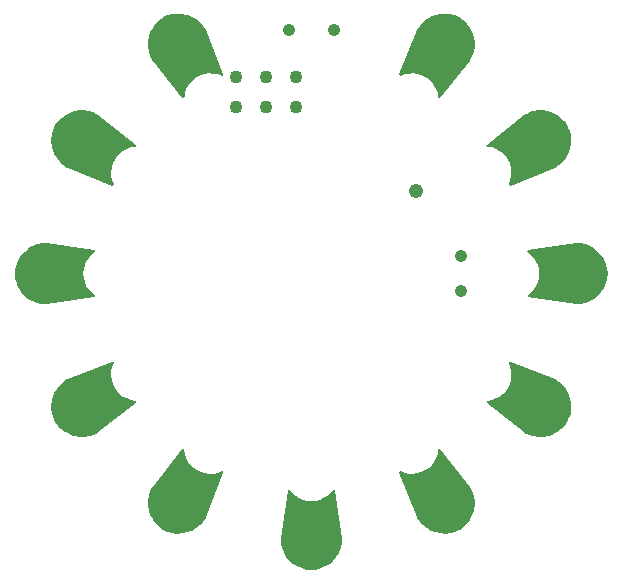
<source format=gbr>
G04 EAGLE Gerber RS-274X export*
G75*
%MOMM*%
%FSLAX34Y34*%
%LPD*%
%INSoldermask Bottom*%
%IPPOS*%
%AMOC8*
5,1,8,0,0,1.08239X$1,22.5*%
G01*
%ADD10C,4.267200*%
%ADD11C,1.053200*%
%ADD12C,1.219200*%
%ADD13C,1.092200*%

G36*
X-108367Y148322D02*
X-108367Y148322D01*
X-108228Y148333D01*
X-108226Y148334D01*
X-108224Y148334D01*
X-108096Y148384D01*
X-107962Y148435D01*
X-107960Y148436D01*
X-107959Y148437D01*
X-107847Y148522D01*
X-107735Y148607D01*
X-107734Y148608D01*
X-107732Y148609D01*
X-107648Y148723D01*
X-107565Y148834D01*
X-107564Y148836D01*
X-107563Y148837D01*
X-107557Y148854D01*
X-107464Y149100D01*
X-107462Y149131D01*
X-107453Y149155D01*
X-107283Y150170D01*
X-107283Y150171D01*
X-107112Y151185D01*
X-107112Y151186D01*
X-106941Y152201D01*
X-106852Y152731D01*
X-105715Y156089D01*
X-104056Y159222D01*
X-101920Y162051D01*
X-99359Y164502D01*
X-96441Y166515D01*
X-93239Y168036D01*
X-89835Y169027D01*
X-86317Y169463D01*
X-82775Y169333D01*
X-79298Y168639D01*
X-75900Y167372D01*
X-75899Y167371D01*
X-75897Y167370D01*
X-75758Y167341D01*
X-75623Y167311D01*
X-75621Y167311D01*
X-75619Y167310D01*
X-75478Y167320D01*
X-75339Y167329D01*
X-75337Y167330D01*
X-75335Y167330D01*
X-75204Y167378D01*
X-75071Y167425D01*
X-75070Y167426D01*
X-75068Y167427D01*
X-74957Y167508D01*
X-74841Y167592D01*
X-74840Y167593D01*
X-74838Y167595D01*
X-74753Y167704D01*
X-74666Y167816D01*
X-74665Y167818D01*
X-74664Y167819D01*
X-74614Y167946D01*
X-74560Y168080D01*
X-74560Y168082D01*
X-74559Y168083D01*
X-74545Y168221D01*
X-74531Y168362D01*
X-74531Y168364D01*
X-74531Y168366D01*
X-74535Y168384D01*
X-74582Y168642D01*
X-74595Y168670D01*
X-74601Y168695D01*
X-89405Y206336D01*
X-89470Y206451D01*
X-89502Y206523D01*
X-91704Y209865D01*
X-91765Y209935D01*
X-91801Y209990D01*
X-94499Y212947D01*
X-94571Y213006D01*
X-94615Y213056D01*
X-97742Y215553D01*
X-97823Y215601D01*
X-97874Y215643D01*
X-101353Y217621D01*
X-101440Y217655D01*
X-101497Y217689D01*
X-105243Y219098D01*
X-105334Y219119D01*
X-105396Y219142D01*
X-109316Y219949D01*
X-109409Y219955D01*
X-109474Y219969D01*
X-113472Y220152D01*
X-113565Y220143D01*
X-113631Y220147D01*
X-117608Y219702D01*
X-117699Y219679D01*
X-117765Y219672D01*
X-121624Y218611D01*
X-121710Y218574D01*
X-121774Y218557D01*
X-125419Y216906D01*
X-125523Y216840D01*
X-125591Y216806D01*
X-128844Y214475D01*
X-128912Y214410D01*
X-128966Y214372D01*
X-131815Y211561D01*
X-131871Y211486D01*
X-131919Y211440D01*
X-134293Y208218D01*
X-134337Y208136D01*
X-134377Y208083D01*
X-136217Y204529D01*
X-136248Y204440D01*
X-136279Y204382D01*
X-137541Y200584D01*
X-137557Y200492D01*
X-137579Y200429D01*
X-138231Y196481D01*
X-138233Y196387D01*
X-138244Y196322D01*
X-138271Y192320D01*
X-138258Y192227D01*
X-138259Y192161D01*
X-137659Y188204D01*
X-137632Y188114D01*
X-137623Y188049D01*
X-136412Y184235D01*
X-136371Y184150D01*
X-136352Y184087D01*
X-134558Y180509D01*
X-134483Y180400D01*
X-134445Y180332D01*
X-109249Y148691D01*
X-109247Y148689D01*
X-109246Y148688D01*
X-109144Y148591D01*
X-109042Y148495D01*
X-109041Y148494D01*
X-109039Y148493D01*
X-108915Y148429D01*
X-108790Y148365D01*
X-108788Y148364D01*
X-108786Y148363D01*
X-108648Y148337D01*
X-108511Y148309D01*
X-108509Y148310D01*
X-108507Y148309D01*
X-108367Y148322D01*
G37*
G36*
X-192227Y-138258D02*
X-192227Y-138258D01*
X-192161Y-138259D01*
X-188204Y-137659D01*
X-188114Y-137632D01*
X-188049Y-137623D01*
X-184235Y-136412D01*
X-184150Y-136371D01*
X-184087Y-136352D01*
X-180509Y-134558D01*
X-180400Y-134483D01*
X-180332Y-134445D01*
X-148691Y-109249D01*
X-148689Y-109247D01*
X-148688Y-109246D01*
X-148593Y-109146D01*
X-148495Y-109042D01*
X-148494Y-109041D01*
X-148493Y-109039D01*
X-148429Y-108915D01*
X-148365Y-108790D01*
X-148364Y-108788D01*
X-148363Y-108786D01*
X-148337Y-108648D01*
X-148309Y-108511D01*
X-148310Y-108509D01*
X-148309Y-108507D01*
X-148322Y-108367D01*
X-148333Y-108228D01*
X-148334Y-108226D01*
X-148334Y-108224D01*
X-148384Y-108096D01*
X-148435Y-107962D01*
X-148436Y-107960D01*
X-148437Y-107959D01*
X-148522Y-107847D01*
X-148607Y-107735D01*
X-148608Y-107734D01*
X-148609Y-107732D01*
X-148723Y-107648D01*
X-148834Y-107565D01*
X-148836Y-107564D01*
X-148837Y-107563D01*
X-148854Y-107557D01*
X-149100Y-107464D01*
X-149131Y-107462D01*
X-149155Y-107453D01*
X-152731Y-106852D01*
X-156089Y-105715D01*
X-159222Y-104056D01*
X-162051Y-101920D01*
X-164502Y-99359D01*
X-166515Y-96441D01*
X-168036Y-93239D01*
X-169027Y-89835D01*
X-169463Y-86317D01*
X-169333Y-82775D01*
X-168639Y-79298D01*
X-167372Y-75900D01*
X-167371Y-75899D01*
X-167370Y-75897D01*
X-167341Y-75758D01*
X-167311Y-75623D01*
X-167311Y-75621D01*
X-167310Y-75619D01*
X-167320Y-75481D01*
X-167329Y-75339D01*
X-167330Y-75337D01*
X-167330Y-75335D01*
X-167378Y-75204D01*
X-167425Y-75071D01*
X-167426Y-75070D01*
X-167427Y-75068D01*
X-167508Y-74957D01*
X-167592Y-74841D01*
X-167593Y-74840D01*
X-167595Y-74838D01*
X-167705Y-74753D01*
X-167816Y-74666D01*
X-167818Y-74665D01*
X-167819Y-74664D01*
X-167946Y-74614D01*
X-168080Y-74560D01*
X-168082Y-74560D01*
X-168083Y-74559D01*
X-168222Y-74545D01*
X-168362Y-74531D01*
X-168364Y-74531D01*
X-168366Y-74531D01*
X-168384Y-74535D01*
X-168642Y-74582D01*
X-168670Y-74595D01*
X-168695Y-74601D01*
X-206336Y-89405D01*
X-206451Y-89470D01*
X-206523Y-89502D01*
X-209865Y-91704D01*
X-209935Y-91765D01*
X-209990Y-91801D01*
X-212947Y-94499D01*
X-213006Y-94571D01*
X-213056Y-94615D01*
X-215553Y-97742D01*
X-215601Y-97823D01*
X-215643Y-97874D01*
X-217621Y-101353D01*
X-217655Y-101440D01*
X-217689Y-101497D01*
X-219098Y-105243D01*
X-219119Y-105334D01*
X-219142Y-105396D01*
X-219949Y-109316D01*
X-219955Y-109409D01*
X-219969Y-109474D01*
X-220152Y-113472D01*
X-220143Y-113565D01*
X-220147Y-113631D01*
X-219702Y-117608D01*
X-219679Y-117699D01*
X-219672Y-117765D01*
X-218611Y-121624D01*
X-218574Y-121710D01*
X-218557Y-121774D01*
X-216906Y-125419D01*
X-216840Y-125523D01*
X-216806Y-125591D01*
X-214475Y-128844D01*
X-214410Y-128912D01*
X-214372Y-128966D01*
X-211561Y-131815D01*
X-211486Y-131871D01*
X-211440Y-131919D01*
X-208218Y-134293D01*
X-208136Y-134337D01*
X-208083Y-134377D01*
X-204529Y-136217D01*
X-204440Y-136248D01*
X-204382Y-136279D01*
X-200584Y-137541D01*
X-200492Y-137557D01*
X-200429Y-137579D01*
X-196481Y-138231D01*
X-196387Y-138233D01*
X-196322Y-138244D01*
X-192320Y-138271D01*
X-192227Y-138258D01*
G37*
G36*
X113565Y-220143D02*
X113565Y-220143D01*
X113631Y-220147D01*
X117608Y-219702D01*
X117699Y-219679D01*
X117765Y-219672D01*
X121624Y-218611D01*
X121710Y-218574D01*
X121774Y-218557D01*
X125419Y-216906D01*
X125523Y-216840D01*
X125591Y-216806D01*
X128844Y-214475D01*
X128912Y-214410D01*
X128966Y-214372D01*
X131815Y-211561D01*
X131871Y-211486D01*
X131919Y-211440D01*
X134293Y-208218D01*
X134337Y-208136D01*
X134377Y-208083D01*
X136217Y-204529D01*
X136248Y-204440D01*
X136279Y-204382D01*
X137541Y-200584D01*
X137557Y-200492D01*
X137579Y-200429D01*
X137815Y-199001D01*
X137815Y-199000D01*
X138231Y-196481D01*
X138233Y-196387D01*
X138244Y-196322D01*
X138271Y-192320D01*
X138258Y-192227D01*
X138259Y-192161D01*
X137659Y-188204D01*
X137632Y-188114D01*
X137623Y-188049D01*
X136412Y-184235D01*
X136371Y-184150D01*
X136352Y-184087D01*
X134558Y-180509D01*
X134483Y-180400D01*
X134445Y-180332D01*
X109249Y-148691D01*
X109247Y-148689D01*
X109246Y-148688D01*
X109144Y-148591D01*
X109042Y-148495D01*
X109041Y-148494D01*
X109039Y-148493D01*
X108915Y-148429D01*
X108790Y-148365D01*
X108788Y-148364D01*
X108786Y-148363D01*
X108648Y-148337D01*
X108511Y-148309D01*
X108509Y-148310D01*
X108507Y-148309D01*
X108367Y-148322D01*
X108228Y-148333D01*
X108226Y-148334D01*
X108224Y-148334D01*
X108096Y-148384D01*
X107962Y-148435D01*
X107960Y-148436D01*
X107959Y-148437D01*
X107847Y-148522D01*
X107735Y-148607D01*
X107734Y-148608D01*
X107732Y-148609D01*
X107648Y-148723D01*
X107565Y-148834D01*
X107564Y-148836D01*
X107563Y-148837D01*
X107557Y-148854D01*
X107464Y-149100D01*
X107462Y-149131D01*
X107453Y-149155D01*
X107323Y-149933D01*
X107322Y-149933D01*
X107152Y-150948D01*
X106981Y-151963D01*
X106981Y-151964D01*
X106852Y-152731D01*
X105715Y-156089D01*
X104056Y-159222D01*
X101920Y-162051D01*
X99359Y-164502D01*
X96441Y-166515D01*
X93239Y-168036D01*
X89835Y-169027D01*
X86317Y-169463D01*
X82775Y-169333D01*
X79298Y-168639D01*
X75900Y-167372D01*
X75899Y-167371D01*
X75897Y-167370D01*
X75758Y-167341D01*
X75623Y-167311D01*
X75621Y-167311D01*
X75619Y-167310D01*
X75478Y-167320D01*
X75339Y-167329D01*
X75337Y-167330D01*
X75335Y-167330D01*
X75204Y-167378D01*
X75071Y-167425D01*
X75070Y-167426D01*
X75068Y-167427D01*
X74957Y-167508D01*
X74841Y-167592D01*
X74840Y-167593D01*
X74838Y-167595D01*
X74753Y-167705D01*
X74666Y-167816D01*
X74665Y-167818D01*
X74664Y-167819D01*
X74614Y-167946D01*
X74560Y-168080D01*
X74560Y-168082D01*
X74559Y-168083D01*
X74545Y-168222D01*
X74531Y-168362D01*
X74531Y-168364D01*
X74531Y-168366D01*
X74535Y-168384D01*
X74582Y-168642D01*
X74595Y-168670D01*
X74601Y-168695D01*
X89405Y-206336D01*
X89470Y-206451D01*
X89502Y-206523D01*
X91704Y-209865D01*
X91765Y-209935D01*
X91801Y-209990D01*
X94499Y-212947D01*
X94571Y-213006D01*
X94615Y-213056D01*
X97742Y-215553D01*
X97823Y-215601D01*
X97874Y-215643D01*
X101353Y-217621D01*
X101440Y-217655D01*
X101497Y-217689D01*
X105243Y-219098D01*
X105334Y-219119D01*
X105396Y-219142D01*
X109316Y-219949D01*
X109409Y-219955D01*
X109474Y-219969D01*
X113472Y-220152D01*
X113565Y-220143D01*
G37*
G36*
X168364Y74531D02*
X168364Y74531D01*
X168366Y74531D01*
X168384Y74535D01*
X168642Y74582D01*
X168670Y74595D01*
X168695Y74601D01*
X206336Y89405D01*
X206451Y89470D01*
X206523Y89502D01*
X209865Y91704D01*
X209935Y91765D01*
X209990Y91801D01*
X212947Y94499D01*
X213006Y94571D01*
X213056Y94615D01*
X215553Y97742D01*
X215601Y97823D01*
X215643Y97874D01*
X217621Y101353D01*
X217655Y101440D01*
X217689Y101497D01*
X219098Y105243D01*
X219119Y105334D01*
X219142Y105396D01*
X219949Y109316D01*
X219955Y109409D01*
X219969Y109474D01*
X220152Y113472D01*
X220143Y113565D01*
X220147Y113631D01*
X219702Y117608D01*
X219679Y117699D01*
X219672Y117765D01*
X218611Y121624D01*
X218574Y121710D01*
X218557Y121774D01*
X216906Y125419D01*
X216840Y125523D01*
X216806Y125591D01*
X214475Y128844D01*
X214410Y128912D01*
X214372Y128966D01*
X211561Y131815D01*
X211486Y131871D01*
X211440Y131919D01*
X208218Y134293D01*
X208136Y134337D01*
X208083Y134377D01*
X204529Y136217D01*
X204440Y136248D01*
X204382Y136279D01*
X200584Y137541D01*
X200492Y137557D01*
X200429Y137579D01*
X196481Y138231D01*
X196387Y138233D01*
X196322Y138244D01*
X192320Y138271D01*
X192227Y138258D01*
X192161Y138259D01*
X188204Y137659D01*
X188114Y137632D01*
X188049Y137623D01*
X184235Y136412D01*
X184150Y136371D01*
X184087Y136352D01*
X180509Y134558D01*
X180400Y134483D01*
X180332Y134445D01*
X148691Y109249D01*
X148689Y109247D01*
X148688Y109246D01*
X148591Y109144D01*
X148495Y109042D01*
X148494Y109041D01*
X148493Y109039D01*
X148429Y108915D01*
X148365Y108790D01*
X148364Y108788D01*
X148363Y108786D01*
X148337Y108648D01*
X148309Y108511D01*
X148310Y108509D01*
X148309Y108507D01*
X148322Y108367D01*
X148333Y108228D01*
X148334Y108226D01*
X148334Y108224D01*
X148384Y108096D01*
X148435Y107962D01*
X148436Y107960D01*
X148437Y107959D01*
X148522Y107847D01*
X148607Y107735D01*
X148608Y107734D01*
X148609Y107732D01*
X148723Y107648D01*
X148834Y107565D01*
X148836Y107564D01*
X148837Y107563D01*
X148854Y107557D01*
X149100Y107464D01*
X149131Y107462D01*
X149155Y107453D01*
X152731Y106852D01*
X156089Y105715D01*
X159222Y104056D01*
X162051Y101920D01*
X164502Y99359D01*
X166515Y96441D01*
X168036Y93239D01*
X169027Y89835D01*
X169463Y86317D01*
X169333Y82775D01*
X168639Y79298D01*
X167372Y75900D01*
X167371Y75899D01*
X167370Y75897D01*
X167341Y75758D01*
X167311Y75623D01*
X167311Y75621D01*
X167310Y75619D01*
X167320Y75478D01*
X167329Y75339D01*
X167330Y75337D01*
X167330Y75335D01*
X167378Y75204D01*
X167425Y75071D01*
X167426Y75070D01*
X167427Y75068D01*
X167508Y74957D01*
X167592Y74841D01*
X167593Y74840D01*
X167595Y74838D01*
X167705Y74753D01*
X167816Y74666D01*
X167818Y74665D01*
X167819Y74664D01*
X167946Y74614D01*
X168080Y74560D01*
X168082Y74560D01*
X168083Y74559D01*
X168222Y74545D01*
X168362Y74531D01*
X168364Y74531D01*
G37*
G36*
X-109474Y-219969D02*
X-109474Y-219969D01*
X-109382Y-219952D01*
X-109316Y-219949D01*
X-105396Y-219143D01*
X-105308Y-219111D01*
X-105243Y-219099D01*
X-101497Y-217689D01*
X-101415Y-217644D01*
X-101353Y-217621D01*
X-97874Y-215643D01*
X-97800Y-215586D01*
X-97742Y-215554D01*
X-94615Y-213056D01*
X-94551Y-212988D01*
X-94499Y-212947D01*
X-91801Y-209990D01*
X-91748Y-209913D01*
X-91703Y-209865D01*
X-89502Y-206523D01*
X-89456Y-206426D01*
X-89424Y-206379D01*
X-89418Y-206357D01*
X-89405Y-206336D01*
X-74601Y-168695D01*
X-74600Y-168693D01*
X-74599Y-168691D01*
X-74566Y-168551D01*
X-74535Y-168418D01*
X-74535Y-168416D01*
X-74534Y-168414D01*
X-74541Y-168278D01*
X-74548Y-168134D01*
X-74549Y-168132D01*
X-74549Y-168130D01*
X-74593Y-168003D01*
X-74639Y-167865D01*
X-74641Y-167863D01*
X-74641Y-167862D01*
X-74718Y-167752D01*
X-74802Y-167632D01*
X-74804Y-167630D01*
X-74805Y-167629D01*
X-74912Y-167542D01*
X-75023Y-167453D01*
X-75025Y-167452D01*
X-75026Y-167451D01*
X-75158Y-167395D01*
X-75285Y-167342D01*
X-75287Y-167342D01*
X-75288Y-167341D01*
X-75429Y-167325D01*
X-75567Y-167308D01*
X-75569Y-167308D01*
X-75571Y-167308D01*
X-75588Y-167312D01*
X-75848Y-167354D01*
X-75875Y-167367D01*
X-75900Y-167372D01*
X-79298Y-168639D01*
X-82775Y-169333D01*
X-86317Y-169463D01*
X-89835Y-169027D01*
X-93239Y-168036D01*
X-96441Y-166515D01*
X-99359Y-164502D01*
X-101920Y-162051D01*
X-104056Y-159222D01*
X-105715Y-156089D01*
X-106852Y-152731D01*
X-107453Y-149155D01*
X-107454Y-149153D01*
X-107454Y-149151D01*
X-107498Y-149015D01*
X-107539Y-148884D01*
X-107540Y-148882D01*
X-107541Y-148880D01*
X-107620Y-148763D01*
X-107697Y-148647D01*
X-107698Y-148646D01*
X-107699Y-148644D01*
X-107808Y-148554D01*
X-107914Y-148464D01*
X-107916Y-148463D01*
X-107917Y-148462D01*
X-108046Y-148405D01*
X-108173Y-148347D01*
X-108175Y-148347D01*
X-108177Y-148346D01*
X-108318Y-148327D01*
X-108455Y-148308D01*
X-108457Y-148308D01*
X-108459Y-148308D01*
X-108600Y-148328D01*
X-108736Y-148348D01*
X-108738Y-148349D01*
X-108740Y-148349D01*
X-108868Y-148407D01*
X-108996Y-148464D01*
X-108997Y-148465D01*
X-108999Y-148466D01*
X-109012Y-148478D01*
X-109213Y-148648D01*
X-109230Y-148674D01*
X-109249Y-148691D01*
X-134445Y-180332D01*
X-134512Y-180446D01*
X-134558Y-180509D01*
X-136351Y-184087D01*
X-136381Y-184176D01*
X-136383Y-184179D01*
X-136384Y-184181D01*
X-136384Y-184182D01*
X-136411Y-184235D01*
X-137623Y-188049D01*
X-137638Y-188141D01*
X-137659Y-188204D01*
X-138259Y-192161D01*
X-138260Y-192255D01*
X-138270Y-192320D01*
X-138244Y-196322D01*
X-138230Y-196414D01*
X-138230Y-196481D01*
X-137578Y-200429D01*
X-137550Y-200519D01*
X-137540Y-200584D01*
X-136278Y-204382D01*
X-136237Y-204466D01*
X-136217Y-204529D01*
X-134376Y-208083D01*
X-134322Y-208159D01*
X-134292Y-208218D01*
X-131919Y-211440D01*
X-131853Y-211507D01*
X-131814Y-211561D01*
X-128966Y-214372D01*
X-128891Y-214428D01*
X-128844Y-214475D01*
X-125591Y-216806D01*
X-125482Y-216863D01*
X-125419Y-216905D01*
X-121774Y-218557D01*
X-121684Y-218583D01*
X-121624Y-218611D01*
X-117765Y-219672D01*
X-117672Y-219684D01*
X-117608Y-219703D01*
X-113631Y-220147D01*
X-113538Y-220144D01*
X-113472Y-220152D01*
X-109474Y-219969D01*
G37*
G36*
X-168275Y74541D02*
X-168275Y74541D01*
X-168134Y74548D01*
X-168132Y74549D01*
X-168130Y74549D01*
X-168003Y74593D01*
X-167865Y74639D01*
X-167863Y74641D01*
X-167862Y74641D01*
X-167751Y74719D01*
X-167632Y74802D01*
X-167630Y74804D01*
X-167629Y74805D01*
X-167542Y74912D01*
X-167453Y75023D01*
X-167452Y75025D01*
X-167451Y75026D01*
X-167395Y75158D01*
X-167342Y75285D01*
X-167342Y75287D01*
X-167341Y75288D01*
X-167325Y75429D01*
X-167308Y75567D01*
X-167308Y75569D01*
X-167308Y75571D01*
X-167312Y75588D01*
X-167354Y75848D01*
X-167367Y75875D01*
X-167372Y75900D01*
X-168639Y79298D01*
X-169333Y82775D01*
X-169463Y86317D01*
X-169027Y89835D01*
X-168036Y93239D01*
X-167969Y93381D01*
X-167968Y93381D01*
X-167486Y94396D01*
X-167486Y94397D01*
X-167004Y95411D01*
X-167004Y95412D01*
X-166521Y96427D01*
X-166515Y96441D01*
X-164502Y99359D01*
X-162051Y101920D01*
X-159222Y104056D01*
X-156089Y105715D01*
X-152731Y106852D01*
X-149155Y107453D01*
X-149153Y107454D01*
X-149151Y107454D01*
X-149015Y107498D01*
X-148884Y107539D01*
X-148882Y107540D01*
X-148880Y107541D01*
X-148763Y107620D01*
X-148647Y107697D01*
X-148646Y107698D01*
X-148644Y107699D01*
X-148554Y107808D01*
X-148464Y107914D01*
X-148463Y107916D01*
X-148462Y107917D01*
X-148405Y108046D01*
X-148347Y108173D01*
X-148347Y108175D01*
X-148346Y108177D01*
X-148327Y108318D01*
X-148308Y108455D01*
X-148308Y108457D01*
X-148308Y108459D01*
X-148328Y108600D01*
X-148348Y108736D01*
X-148349Y108738D01*
X-148349Y108740D01*
X-148405Y108864D01*
X-148464Y108996D01*
X-148465Y108997D01*
X-148466Y108999D01*
X-148478Y109012D01*
X-148648Y109213D01*
X-148674Y109230D01*
X-148691Y109249D01*
X-180332Y134445D01*
X-180446Y134512D01*
X-180509Y134558D01*
X-184087Y136351D01*
X-184156Y136375D01*
X-184215Y136405D01*
X-184225Y136407D01*
X-184235Y136411D01*
X-188049Y137623D01*
X-188141Y137638D01*
X-188204Y137659D01*
X-192161Y138259D01*
X-192255Y138260D01*
X-192320Y138270D01*
X-196322Y138244D01*
X-196414Y138230D01*
X-196481Y138230D01*
X-200429Y137578D01*
X-200519Y137550D01*
X-200584Y137540D01*
X-204382Y136278D01*
X-204466Y136237D01*
X-204529Y136217D01*
X-208083Y134376D01*
X-208159Y134322D01*
X-208218Y134292D01*
X-211440Y131919D01*
X-211507Y131853D01*
X-211561Y131814D01*
X-214372Y128966D01*
X-214428Y128891D01*
X-214475Y128844D01*
X-216806Y125591D01*
X-216863Y125482D01*
X-216905Y125419D01*
X-218557Y121774D01*
X-218583Y121684D01*
X-218611Y121624D01*
X-219672Y117765D01*
X-219684Y117672D01*
X-219703Y117608D01*
X-220147Y113631D01*
X-220144Y113538D01*
X-220152Y113472D01*
X-219969Y109474D01*
X-219952Y109382D01*
X-219949Y109316D01*
X-219143Y105396D01*
X-219111Y105308D01*
X-219099Y105243D01*
X-217689Y101497D01*
X-217644Y101415D01*
X-217621Y101353D01*
X-215643Y97874D01*
X-215586Y97800D01*
X-215554Y97742D01*
X-213056Y94615D01*
X-212988Y94551D01*
X-212947Y94499D01*
X-209990Y91801D01*
X-209913Y91748D01*
X-209865Y91703D01*
X-206523Y89502D01*
X-206403Y89445D01*
X-206336Y89405D01*
X-168695Y74601D01*
X-168693Y74600D01*
X-168691Y74599D01*
X-168551Y74566D01*
X-168418Y74535D01*
X-168416Y74535D01*
X-168414Y74534D01*
X-168275Y74541D01*
G37*
G36*
X4082Y-250618D02*
X4082Y-250618D01*
X4173Y-250596D01*
X4239Y-250590D01*
X8112Y-249580D01*
X8198Y-249543D01*
X8262Y-249527D01*
X11929Y-247923D01*
X12009Y-247874D01*
X12069Y-247848D01*
X15440Y-245691D01*
X15511Y-245630D01*
X15567Y-245595D01*
X18559Y-242936D01*
X18619Y-242865D01*
X18669Y-242821D01*
X21208Y-239728D01*
X21257Y-239648D01*
X21299Y-239597D01*
X23323Y-236144D01*
X23359Y-236058D01*
X23393Y-236001D01*
X24852Y-232274D01*
X24873Y-232183D01*
X24898Y-232122D01*
X25756Y-228213D01*
X25763Y-228120D01*
X25778Y-228055D01*
X26014Y-224060D01*
X26003Y-223927D01*
X26004Y-223849D01*
X20004Y-183849D01*
X20003Y-183847D01*
X20003Y-183846D01*
X19964Y-183714D01*
X19960Y-183703D01*
X19938Y-183617D01*
X19932Y-183607D01*
X19923Y-183577D01*
X19922Y-183575D01*
X19921Y-183573D01*
X19845Y-183456D01*
X19802Y-183389D01*
X19793Y-183373D01*
X19791Y-183371D01*
X19769Y-183338D01*
X19768Y-183336D01*
X19767Y-183335D01*
X19660Y-183242D01*
X19556Y-183150D01*
X19554Y-183149D01*
X19552Y-183148D01*
X19424Y-183089D01*
X19298Y-183029D01*
X19296Y-183029D01*
X19295Y-183028D01*
X19155Y-183007D01*
X19017Y-182985D01*
X19016Y-182985D01*
X19014Y-182985D01*
X18877Y-183002D01*
X18735Y-183020D01*
X18734Y-183021D01*
X18732Y-183021D01*
X18607Y-183075D01*
X18474Y-183132D01*
X18472Y-183133D01*
X18471Y-183134D01*
X18458Y-183145D01*
X18452Y-183149D01*
X18452Y-183150D01*
X18448Y-183153D01*
X18254Y-183312D01*
X18244Y-183325D01*
X18235Y-183333D01*
X18227Y-183345D01*
X18217Y-183354D01*
X15908Y-186150D01*
X13244Y-188489D01*
X10242Y-190373D01*
X6977Y-191755D01*
X3534Y-192598D01*
X0Y-192882D01*
X-3534Y-192598D01*
X-6977Y-191755D01*
X-10242Y-190373D01*
X-13244Y-188489D01*
X-15908Y-186150D01*
X-18217Y-183354D01*
X-18219Y-183352D01*
X-18220Y-183351D01*
X-18324Y-183256D01*
X-18396Y-183190D01*
X-18409Y-183178D01*
X-18427Y-183162D01*
X-18429Y-183161D01*
X-18430Y-183160D01*
X-18560Y-183096D01*
X-18682Y-183036D01*
X-18684Y-183036D01*
X-18685Y-183035D01*
X-18826Y-183010D01*
X-18962Y-182985D01*
X-18964Y-182986D01*
X-18965Y-182985D01*
X-19102Y-183000D01*
X-19244Y-183015D01*
X-19246Y-183015D01*
X-19248Y-183015D01*
X-19376Y-183067D01*
X-19508Y-183121D01*
X-19510Y-183122D01*
X-19511Y-183123D01*
X-19619Y-183208D01*
X-19732Y-183296D01*
X-19733Y-183298D01*
X-19734Y-183299D01*
X-19759Y-183333D01*
X-19763Y-183339D01*
X-19815Y-183412D01*
X-19898Y-183527D01*
X-19899Y-183529D01*
X-19900Y-183530D01*
X-19906Y-183547D01*
X-19910Y-183560D01*
X-19917Y-183570D01*
X-19940Y-183644D01*
X-19994Y-183794D01*
X-19996Y-183819D01*
X-20003Y-183841D01*
X-20003Y-183845D01*
X-20004Y-183849D01*
X-26004Y-223849D01*
X-26005Y-223982D01*
X-26013Y-224060D01*
X-25777Y-228055D01*
X-25759Y-228147D01*
X-25756Y-228213D01*
X-24898Y-232122D01*
X-24865Y-232210D01*
X-24851Y-232274D01*
X-23392Y-236001D01*
X-23347Y-236082D01*
X-23323Y-236144D01*
X-21299Y-239597D01*
X-21241Y-239670D01*
X-21208Y-239728D01*
X-18669Y-242821D01*
X-18600Y-242884D01*
X-18559Y-242936D01*
X-15567Y-245594D01*
X-15489Y-245646D01*
X-15440Y-245690D01*
X-12069Y-247848D01*
X-11984Y-247887D01*
X-11929Y-247923D01*
X-8262Y-249527D01*
X-8172Y-249552D01*
X-8112Y-249579D01*
X-4239Y-250590D01*
X-4146Y-250601D01*
X-4082Y-250618D01*
X-100Y-251010D01*
X23Y-251005D01*
X100Y-251010D01*
X4082Y-250618D01*
G37*
G36*
X108600Y148328D02*
X108600Y148328D01*
X108736Y148348D01*
X108738Y148349D01*
X108740Y148349D01*
X108868Y148407D01*
X108996Y148464D01*
X108997Y148465D01*
X108999Y148466D01*
X109012Y148478D01*
X109213Y148648D01*
X109230Y148674D01*
X109249Y148691D01*
X134445Y180332D01*
X134512Y180446D01*
X134558Y180509D01*
X136351Y184087D01*
X136381Y184176D01*
X136411Y184235D01*
X137623Y188049D01*
X137638Y188141D01*
X137659Y188204D01*
X138259Y192161D01*
X138260Y192255D01*
X138270Y192320D01*
X138244Y196322D01*
X138230Y196414D01*
X138230Y196481D01*
X137578Y200429D01*
X137550Y200519D01*
X137540Y200584D01*
X136278Y204382D01*
X136237Y204466D01*
X136217Y204529D01*
X134376Y208083D01*
X134322Y208159D01*
X134292Y208218D01*
X131919Y211440D01*
X131853Y211507D01*
X131814Y211561D01*
X128966Y214372D01*
X128891Y214428D01*
X128844Y214475D01*
X125591Y216806D01*
X125482Y216863D01*
X125419Y216905D01*
X121774Y218557D01*
X121684Y218583D01*
X121624Y218611D01*
X117765Y219672D01*
X117672Y219684D01*
X117608Y219703D01*
X113631Y220147D01*
X113538Y220144D01*
X113472Y220152D01*
X109474Y219969D01*
X109382Y219952D01*
X109316Y219949D01*
X105396Y219143D01*
X105308Y219111D01*
X105243Y219099D01*
X101497Y217689D01*
X101415Y217644D01*
X101353Y217621D01*
X97874Y215643D01*
X97800Y215586D01*
X97742Y215554D01*
X94615Y213056D01*
X94555Y212992D01*
X94538Y212978D01*
X94499Y212947D01*
X91801Y209990D01*
X91748Y209913D01*
X91703Y209865D01*
X89502Y206523D01*
X89445Y206403D01*
X89405Y206336D01*
X74601Y168695D01*
X74600Y168693D01*
X74599Y168691D01*
X74565Y168547D01*
X74535Y168418D01*
X74535Y168416D01*
X74534Y168414D01*
X74542Y168273D01*
X74548Y168134D01*
X74549Y168132D01*
X74549Y168130D01*
X74593Y168003D01*
X74639Y167865D01*
X74641Y167863D01*
X74641Y167862D01*
X74719Y167751D01*
X74802Y167632D01*
X74804Y167630D01*
X74805Y167629D01*
X74913Y167542D01*
X75023Y167453D01*
X75025Y167452D01*
X75026Y167451D01*
X75158Y167395D01*
X75285Y167342D01*
X75287Y167342D01*
X75288Y167341D01*
X75429Y167325D01*
X75567Y167308D01*
X75569Y167308D01*
X75571Y167308D01*
X75588Y167312D01*
X75848Y167354D01*
X75875Y167367D01*
X75900Y167372D01*
X79298Y168639D01*
X82775Y169333D01*
X86317Y169463D01*
X89835Y169027D01*
X93239Y168036D01*
X96441Y166515D01*
X99359Y164502D01*
X101920Y162051D01*
X104056Y159222D01*
X105715Y156089D01*
X106852Y152731D01*
X107453Y149155D01*
X107454Y149153D01*
X107454Y149151D01*
X107498Y149015D01*
X107539Y148884D01*
X107540Y148882D01*
X107541Y148880D01*
X107620Y148763D01*
X107697Y148647D01*
X107698Y148646D01*
X107699Y148644D01*
X107808Y148554D01*
X107914Y148464D01*
X107916Y148463D01*
X107917Y148462D01*
X108046Y148405D01*
X108173Y148347D01*
X108175Y148347D01*
X108177Y148346D01*
X108318Y148327D01*
X108455Y148308D01*
X108457Y148308D01*
X108459Y148308D01*
X108600Y148328D01*
G37*
G36*
X196322Y-138244D02*
X196322Y-138244D01*
X196414Y-138230D01*
X196481Y-138230D01*
X200429Y-137578D01*
X200519Y-137550D01*
X200584Y-137540D01*
X204382Y-136278D01*
X204466Y-136237D01*
X204529Y-136217D01*
X208083Y-134376D01*
X208159Y-134322D01*
X208218Y-134292D01*
X211440Y-131919D01*
X211507Y-131853D01*
X211561Y-131814D01*
X214372Y-128966D01*
X214428Y-128891D01*
X214475Y-128844D01*
X216806Y-125591D01*
X216863Y-125482D01*
X216905Y-125419D01*
X218557Y-121774D01*
X218583Y-121684D01*
X218611Y-121624D01*
X219672Y-117765D01*
X219684Y-117672D01*
X219703Y-117608D01*
X220147Y-113631D01*
X220144Y-113538D01*
X220152Y-113472D01*
X219969Y-109474D01*
X219952Y-109382D01*
X219949Y-109316D01*
X219143Y-105396D01*
X219111Y-105308D01*
X219099Y-105243D01*
X217689Y-101497D01*
X217644Y-101415D01*
X217621Y-101353D01*
X215643Y-97874D01*
X215586Y-97800D01*
X215554Y-97742D01*
X213056Y-94615D01*
X212988Y-94551D01*
X212947Y-94499D01*
X209990Y-91801D01*
X209941Y-91767D01*
X209926Y-91754D01*
X209910Y-91745D01*
X209865Y-91703D01*
X206523Y-89502D01*
X206403Y-89445D01*
X206336Y-89405D01*
X168695Y-74601D01*
X168693Y-74600D01*
X168691Y-74599D01*
X168551Y-74566D01*
X168418Y-74535D01*
X168416Y-74535D01*
X168414Y-74534D01*
X168275Y-74541D01*
X168134Y-74548D01*
X168132Y-74549D01*
X168130Y-74549D01*
X168003Y-74593D01*
X167865Y-74639D01*
X167863Y-74641D01*
X167862Y-74641D01*
X167751Y-74719D01*
X167632Y-74802D01*
X167630Y-74804D01*
X167629Y-74805D01*
X167542Y-74912D01*
X167453Y-75023D01*
X167452Y-75025D01*
X167451Y-75026D01*
X167395Y-75158D01*
X167342Y-75285D01*
X167342Y-75287D01*
X167341Y-75288D01*
X167325Y-75429D01*
X167308Y-75567D01*
X167308Y-75569D01*
X167308Y-75571D01*
X167312Y-75588D01*
X167354Y-75848D01*
X167367Y-75875D01*
X167372Y-75900D01*
X168639Y-79298D01*
X169333Y-82775D01*
X169463Y-86317D01*
X169027Y-89835D01*
X168036Y-93239D01*
X167591Y-94176D01*
X167109Y-95191D01*
X167108Y-95191D01*
X166626Y-96206D01*
X166515Y-96441D01*
X164502Y-99359D01*
X162051Y-101920D01*
X159222Y-104056D01*
X156089Y-105715D01*
X152731Y-106852D01*
X149155Y-107453D01*
X149153Y-107454D01*
X149151Y-107454D01*
X149015Y-107498D01*
X148884Y-107539D01*
X148882Y-107540D01*
X148880Y-107541D01*
X148763Y-107620D01*
X148647Y-107697D01*
X148646Y-107698D01*
X148644Y-107699D01*
X148554Y-107808D01*
X148464Y-107914D01*
X148463Y-107916D01*
X148462Y-107917D01*
X148405Y-108046D01*
X148347Y-108173D01*
X148347Y-108175D01*
X148346Y-108177D01*
X148327Y-108318D01*
X148308Y-108455D01*
X148308Y-108457D01*
X148308Y-108459D01*
X148329Y-108602D01*
X148348Y-108736D01*
X148349Y-108738D01*
X148349Y-108740D01*
X148407Y-108868D01*
X148464Y-108996D01*
X148465Y-108997D01*
X148466Y-108999D01*
X148478Y-109012D01*
X148648Y-109213D01*
X148674Y-109230D01*
X148691Y-109249D01*
X180332Y-134445D01*
X180446Y-134512D01*
X180509Y-134558D01*
X184087Y-136351D01*
X184176Y-136381D01*
X184235Y-136411D01*
X188049Y-137623D01*
X188141Y-137638D01*
X188204Y-137659D01*
X192161Y-138259D01*
X192255Y-138260D01*
X192320Y-138270D01*
X196322Y-138244D01*
G37*
G36*
X-223927Y-26003D02*
X-223927Y-26003D01*
X-223849Y-26004D01*
X-183849Y-20004D01*
X-183847Y-20003D01*
X-183846Y-20003D01*
X-183714Y-19964D01*
X-183577Y-19923D01*
X-183575Y-19922D01*
X-183573Y-19921D01*
X-183456Y-19845D01*
X-183338Y-19769D01*
X-183336Y-19768D01*
X-183335Y-19767D01*
X-183242Y-19660D01*
X-183150Y-19556D01*
X-183149Y-19554D01*
X-183148Y-19552D01*
X-183089Y-19424D01*
X-183029Y-19298D01*
X-183029Y-19296D01*
X-183028Y-19295D01*
X-183007Y-19155D01*
X-182985Y-19017D01*
X-182985Y-19016D01*
X-182985Y-19014D01*
X-183002Y-18877D01*
X-183020Y-18735D01*
X-183021Y-18734D01*
X-183021Y-18732D01*
X-183075Y-18607D01*
X-183132Y-18474D01*
X-183133Y-18472D01*
X-183134Y-18471D01*
X-183145Y-18458D01*
X-183312Y-18254D01*
X-183337Y-18236D01*
X-183354Y-18217D01*
X-186150Y-15908D01*
X-188489Y-13244D01*
X-190373Y-10242D01*
X-191755Y-6977D01*
X-192598Y-3534D01*
X-192882Y0D01*
X-192598Y3534D01*
X-191755Y6977D01*
X-190373Y10242D01*
X-188489Y13244D01*
X-186150Y15908D01*
X-183354Y18217D01*
X-183352Y18219D01*
X-183351Y18220D01*
X-183256Y18324D01*
X-183162Y18427D01*
X-183161Y18429D01*
X-183160Y18430D01*
X-183097Y18559D01*
X-183036Y18682D01*
X-183036Y18684D01*
X-183035Y18685D01*
X-183010Y18824D01*
X-182985Y18962D01*
X-182986Y18964D01*
X-182985Y18965D01*
X-183000Y19102D01*
X-183015Y19244D01*
X-183015Y19246D01*
X-183015Y19248D01*
X-183067Y19376D01*
X-183121Y19508D01*
X-183122Y19510D01*
X-183123Y19511D01*
X-183208Y19619D01*
X-183296Y19732D01*
X-183298Y19733D01*
X-183299Y19734D01*
X-183412Y19815D01*
X-183527Y19898D01*
X-183529Y19899D01*
X-183530Y19900D01*
X-183547Y19906D01*
X-183794Y19994D01*
X-183825Y19996D01*
X-183849Y20004D01*
X-223849Y26004D01*
X-223982Y26005D01*
X-224060Y26013D01*
X-228055Y25777D01*
X-228147Y25759D01*
X-228213Y25756D01*
X-232122Y24898D01*
X-232210Y24865D01*
X-232274Y24851D01*
X-236001Y23392D01*
X-236082Y23347D01*
X-236144Y23323D01*
X-239597Y21299D01*
X-239670Y21241D01*
X-239728Y21208D01*
X-242821Y18669D01*
X-242884Y18600D01*
X-242936Y18559D01*
X-243151Y18316D01*
X-243152Y18316D01*
X-245594Y15567D01*
X-245646Y15489D01*
X-245690Y15440D01*
X-247848Y12069D01*
X-247872Y12016D01*
X-247891Y11988D01*
X-247897Y11968D01*
X-247923Y11929D01*
X-249527Y8262D01*
X-249552Y8172D01*
X-249579Y8112D01*
X-250590Y4239D01*
X-250601Y4146D01*
X-250618Y4082D01*
X-251010Y100D01*
X-251005Y-23D01*
X-251010Y-100D01*
X-250618Y-4082D01*
X-250596Y-4173D01*
X-250590Y-4239D01*
X-249580Y-8112D01*
X-249543Y-8198D01*
X-249527Y-8262D01*
X-247923Y-11929D01*
X-247874Y-12009D01*
X-247848Y-12069D01*
X-245691Y-15440D01*
X-245662Y-15474D01*
X-245656Y-15483D01*
X-245643Y-15496D01*
X-245630Y-15511D01*
X-245595Y-15567D01*
X-242936Y-18559D01*
X-242865Y-18619D01*
X-242821Y-18669D01*
X-239728Y-21208D01*
X-239648Y-21257D01*
X-239597Y-21299D01*
X-236144Y-23323D01*
X-236058Y-23359D01*
X-236001Y-23393D01*
X-232274Y-24852D01*
X-232183Y-24873D01*
X-232122Y-24898D01*
X-228213Y-25756D01*
X-228120Y-25763D01*
X-228055Y-25778D01*
X-224060Y-26014D01*
X-223927Y-26003D01*
G37*
G36*
X228055Y-25777D02*
X228055Y-25777D01*
X228147Y-25759D01*
X228213Y-25756D01*
X232122Y-24898D01*
X232210Y-24865D01*
X232274Y-24851D01*
X236001Y-23392D01*
X236082Y-23347D01*
X236144Y-23323D01*
X239597Y-21299D01*
X239670Y-21241D01*
X239728Y-21208D01*
X242821Y-18669D01*
X242876Y-18609D01*
X242924Y-18569D01*
X242925Y-18568D01*
X242936Y-18559D01*
X244731Y-16538D01*
X245594Y-15567D01*
X245646Y-15489D01*
X245690Y-15440D01*
X247848Y-12069D01*
X247887Y-11984D01*
X247923Y-11929D01*
X249527Y-8262D01*
X249552Y-8172D01*
X249579Y-8112D01*
X250590Y-4239D01*
X250601Y-4146D01*
X250618Y-4082D01*
X251010Y-100D01*
X251005Y23D01*
X251010Y100D01*
X250618Y4082D01*
X250596Y4173D01*
X250590Y4239D01*
X249580Y8112D01*
X249543Y8198D01*
X249527Y8262D01*
X247923Y11929D01*
X247874Y12009D01*
X247848Y12069D01*
X245691Y15440D01*
X245630Y15511D01*
X245595Y15567D01*
X242936Y18559D01*
X242865Y18619D01*
X242821Y18669D01*
X239728Y21208D01*
X239648Y21257D01*
X239597Y21299D01*
X236144Y23323D01*
X236058Y23359D01*
X236001Y23393D01*
X232274Y24852D01*
X232183Y24873D01*
X232122Y24898D01*
X228213Y25756D01*
X228120Y25763D01*
X228055Y25778D01*
X224060Y26014D01*
X223927Y26003D01*
X223849Y26004D01*
X183849Y20004D01*
X183847Y20003D01*
X183846Y20003D01*
X183714Y19964D01*
X183577Y19923D01*
X183575Y19922D01*
X183573Y19921D01*
X183456Y19845D01*
X183338Y19769D01*
X183336Y19768D01*
X183335Y19767D01*
X183242Y19660D01*
X183150Y19556D01*
X183149Y19554D01*
X183148Y19552D01*
X183089Y19424D01*
X183029Y19298D01*
X183029Y19296D01*
X183028Y19295D01*
X183007Y19155D01*
X182985Y19017D01*
X182985Y19016D01*
X182985Y19014D01*
X183002Y18877D01*
X183020Y18735D01*
X183021Y18734D01*
X183021Y18732D01*
X183075Y18607D01*
X183132Y18474D01*
X183133Y18472D01*
X183134Y18471D01*
X183145Y18458D01*
X183312Y18254D01*
X183337Y18236D01*
X183354Y18217D01*
X186150Y15908D01*
X188489Y13244D01*
X190373Y10242D01*
X191755Y6977D01*
X192598Y3534D01*
X192882Y0D01*
X192598Y-3534D01*
X191755Y-6977D01*
X190373Y-10242D01*
X188489Y-13244D01*
X186150Y-15908D01*
X183354Y-18217D01*
X183352Y-18219D01*
X183351Y-18220D01*
X183256Y-18324D01*
X183162Y-18427D01*
X183161Y-18429D01*
X183160Y-18430D01*
X183096Y-18560D01*
X183036Y-18682D01*
X183036Y-18684D01*
X183035Y-18685D01*
X183010Y-18826D01*
X182985Y-18962D01*
X182986Y-18964D01*
X182985Y-18965D01*
X183000Y-19102D01*
X183015Y-19244D01*
X183015Y-19246D01*
X183015Y-19248D01*
X183067Y-19376D01*
X183121Y-19508D01*
X183122Y-19510D01*
X183123Y-19511D01*
X183208Y-19619D01*
X183296Y-19732D01*
X183298Y-19733D01*
X183299Y-19734D01*
X183412Y-19815D01*
X183527Y-19898D01*
X183529Y-19899D01*
X183530Y-19900D01*
X183547Y-19906D01*
X183794Y-19994D01*
X183825Y-19996D01*
X183849Y-20004D01*
X223849Y-26004D01*
X223982Y-26005D01*
X224060Y-26013D01*
X228055Y-25777D01*
G37*
D10*
X-109850Y189740D03*
X-189740Y109850D03*
X-189740Y-109850D03*
X109850Y-189740D03*
X219700Y0D03*
X189740Y-109850D03*
X-219700Y0D03*
X189740Y109850D03*
X109850Y189740D03*
X0Y-219700D03*
X-109850Y-189740D03*
D11*
X127000Y15000D03*
X127000Y-15000D03*
X19000Y206600D03*
X-19000Y206600D03*
D12*
X88900Y69850D03*
D13*
X-12700Y166370D03*
X-63500Y166370D03*
X-12700Y140970D03*
X-38100Y166370D03*
X-38100Y140970D03*
X-63500Y140970D03*
M02*

</source>
